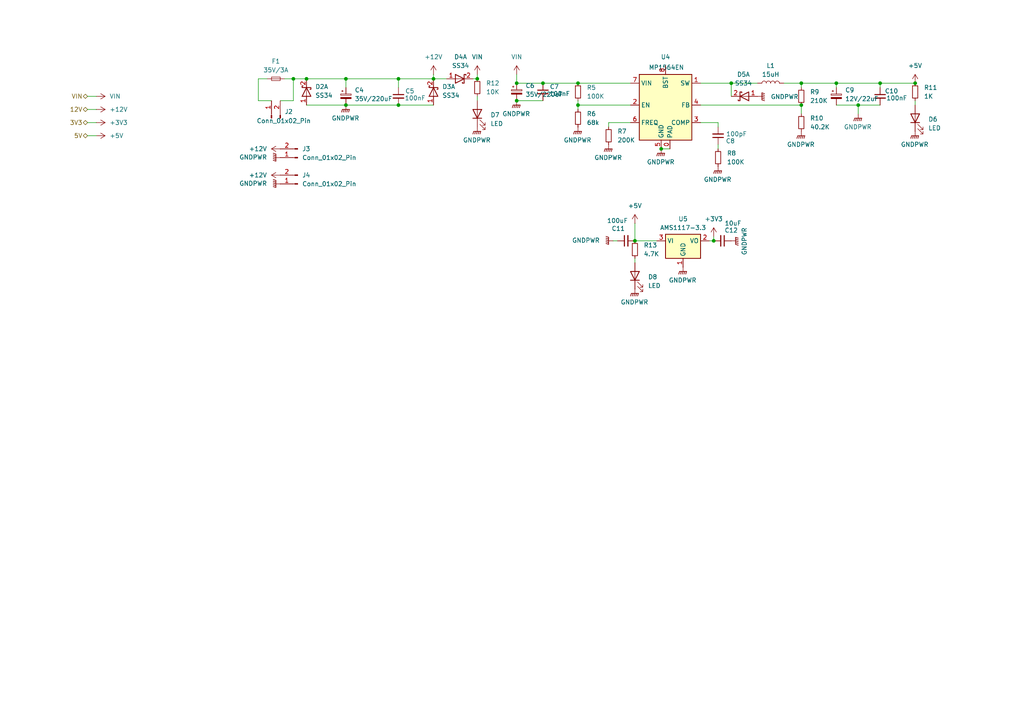
<source format=kicad_sch>
(kicad_sch (version 20231120) (generator "eeschema") (generator_version "8.0")
  (paper "A4")
  (lib_symbols
    (symbol "Connector:Conn_01x02_Pin" (pin_names (offset 1.016) hide)
      (property "Reference" "J" (at 0 2.54 0))
      (property "Value" "Conn_01x02_Pin" (at 0 -5.08 0))
      (symbol "Conn_01x02_Pin_1_1"
        (polyline (pts (xy 1.27 -2.54) (xy 0.8636 -2.54)) (stroke (width 0.1524)))
        (polyline (pts (xy 1.27 0) (xy 0.8636 0)) (stroke (width 0.1524)))
        (rectangle (start 0.8636 -2.413) (end 0 -2.667) (stroke (width 0.1524)) (fill (type outline)))
        (rectangle (start 0.8636 0.127) (end 0 -0.127) (stroke (width 0.1524)) (fill (type outline)))
        (pin passive line (at 5.08 0 180) (length 3.81) (name "Pin_1") (number "1"))
        (pin passive line (at 5.08 -2.54 180) (length 3.81) (name "Pin_2") (number "2"))
      )
    )
    (symbol "Device:C_Polarized_Small" (pin_numbers hide) (pin_names (offset 0.254) hide)
      (property "Reference" "C" (at 0.254 1.778 0))
      (property "Value" "C_Polarized_Small" (at 0.254 -2.032 0))
      (symbol "C_Polarized_Small_0_1"
        (rectangle (start -1.524 -0.3048) (end 1.524 -0.6858) (fill (type outline)))
        (rectangle (start -1.524 0.6858) (end 1.524 0.3048))
        (polyline (pts (xy -1.27 1.524) (xy -0.762 1.524)))
        (polyline (pts (xy -1.016 1.27) (xy -1.016 1.778)))
      )
      (symbol "C_Polarized_Small_1_1"
        (pin passive line (at 0 2.54 270) (length 1.8542) (name "~") (number "1"))
        (pin passive line (at 0 -2.54 90) (length 1.8542) (name "~") (number "2"))
      )
    )
    (symbol "Device:C_Small" (pin_numbers hide) (pin_names (offset 0.254) hide)
      (property "Reference" "C" (at 0.254 1.778 0))
      (property "Value" "C_Small" (at 0.254 -2.032 0))
      (symbol "C_Small_0_1"
        (polyline (pts (xy -1.524 -0.508) (xy 1.524 -0.508)) (stroke (width 0.3302)))
        (polyline (pts (xy -1.524 0.508) (xy 1.524 0.508)) (stroke (width 0.3048)))
      )
      (symbol "C_Small_1_1"
        (pin passive line (at 0 2.54 270) (length 2.032) (name "~") (number "1"))
        (pin passive line (at 0 -2.54 90) (length 2.032) (name "~") (number "2"))
      )
    )
    (symbol "Device:D_Schottky_Dual_CommonCathode_AKA_Split" (pin_names (offset 0.762) hide)
      (property "Reference" "D" (at 0 2.54 0))
      (property "Value" "D_Schottky_Dual_CommonCathode_AKA_Split" (at 0 -2.54 0))
      (symbol "D_Schottky_Dual_CommonCathode_AKA_Split_0_1"
        (polyline (pts (xy 1.27 0) (xy -1.27 0)))
        (polyline (pts (xy -1.27 1.27) (xy 1.27 0) (xy -1.27 -1.27) (xy -1.27 1.27) (xy -1.27 1.27) (xy -1.27 1.27)) (stroke (width 0.254)))
        (polyline (pts (xy 1.778 1.016) (xy 1.778 1.27) (xy 1.27 1.27) (xy 1.27 -1.27) (xy 0.762 -1.27) (xy 0.762 -1.016)) (stroke (width 0.254)))
        (pin passive line (at 3.81 0 180) (length 2.54) (name "K") (number "2"))
      )
      (symbol "D_Schottky_Dual_CommonCathode_AKA_Split_1_1"
        (pin passive line (at -3.81 0 0) (length 2.54) (name "A") (number "1"))
      )
      (symbol "D_Schottky_Dual_CommonCathode_AKA_Split_2_1"
        (pin passive line (at -3.81 0 0) (length 2.54) (name "K") (number "3"))
      )
    )
    (symbol "Device:Fuse_Small" (pin_numbers hide) (pin_names (offset 0.254) hide)
      (property "Reference" "F" (at 0 -1.524 0))
      (property "Value" "Fuse_Small" (at 0 1.524 0))
      (symbol "Fuse_Small_0_1"
        (rectangle (start -1.27 0.508) (end 1.27 -0.508))
        (polyline (pts (xy -1.27 0) (xy 1.27 0)))
      )
      (symbol "Fuse_Small_1_1"
        (pin passive line (at -2.54 0 0) (length 1.27) (name "~") (number "1"))
        (pin passive line (at 2.54 0 180) (length 1.27) (name "~") (number "2"))
      )
    )
    (symbol "Device:L" (pin_numbers hide) (pin_names (offset 1.016) hide)
      (property "Reference" "L" (at -1.27 0 90))
      (property "Value" "L" (at 1.905 0 90))
      (symbol "L_0_1"
        (arc (start 0 -2.54) (mid 0.6323 -1.905) (end 0 -1.27))
        (arc (start 0 -1.27) (mid 0.6323 -0.635) (end 0 0))
        (arc (start 0 0) (mid 0.6323 0.635) (end 0 1.27))
        (arc (start 0 1.27) (mid 0.6323 1.905) (end 0 2.54))
      )
      (symbol "L_1_1"
        (pin passive line (at 0 3.81 270) (length 1.27) (name "1") (number "1"))
        (pin passive line (at 0 -3.81 90) (length 1.27) (name "2") (number "2"))
      )
    )
    (symbol "Device:LED" (pin_numbers hide) (pin_names (offset 1.016) hide)
      (property "Reference" "D" (at 0 2.54 0))
      (property "Value" "LED" (at 0 -2.54 0))
      (symbol "LED_0_1"
        (polyline (pts (xy -1.27 -1.27) (xy -1.27 1.27)) (stroke (width 0.254)))
        (polyline (pts (xy -1.27 0) (xy 1.27 0)))
        (polyline (pts (xy 1.27 -1.27) (xy 1.27 1.27) (xy -1.27 0) (xy 1.27 -1.27)) (stroke (width 0.254)))
        (polyline (pts (xy -3.048 -0.762) (xy -4.572 -2.286) (xy -3.81 -2.286) (xy -4.572 -2.286) (xy -4.572 -1.524)))
        (polyline (pts (xy -1.778 -0.762) (xy -3.302 -2.286) (xy -2.54 -2.286) (xy -3.302 -2.286) (xy -3.302 -1.524)))
      )
      (symbol "LED_1_1"
        (pin passive line (at -3.81 0 0) (length 2.54) (name "K") (number "1"))
        (pin passive line (at 3.81 0 180) (length 2.54) (name "A") (number "2"))
      )
    )
    (symbol "Device:R_Small" (pin_numbers hide) (pin_names (offset 0.254) hide)
      (property "Reference" "R" (at 0.762 0.508 0))
      (property "Value" "R_Small" (at 0.762 -1.016 0))
      (symbol "R_Small_0_1"
        (rectangle (start -0.762 1.778) (end 0.762 -1.778) (stroke (width 0.2032)))
      )
      (symbol "R_Small_1_1"
        (pin passive line (at 0 2.54 270) (length 0.762) (name "~") (number "1"))
        (pin passive line (at 0 -2.54 90) (length 0.762) (name "~") (number "2"))
      )
    )
    (symbol "Regulator_Linear:AMS1117-3.3"
      (property "Reference" "U" (at -3.81 3.175 0))
      (property "Value" "AMS1117-3.3" (at 0 3.175 0))
      (symbol "AMS1117-3.3_0_1"
        (rectangle (start -5.08 -5.08) (end 5.08 1.905) (stroke (width 0.254)) (fill (type background)))
      )
      (symbol "AMS1117-3.3_1_1"
        (pin power_in line (at 0 -7.62 90) (length 2.54) (name "GND") (number "1"))
        (pin power_out line (at 7.62 0 180) (length 2.54) (name "VO") (number "2"))
        (pin power_in line (at -7.62 0 0) (length 2.54) (name "VI") (number "3"))
      )
    )
    (symbol "Regulator_Switching:MP1470"
      (property "Reference" "U4" (at 1.27 5.08 0))
      (property "Value" "MP1564EN" (at 1.524 2.032 0))
      (symbol "MP1470_0_1"
        (rectangle (start -6.35 0) (end 8.89 -19.05) (stroke (width 0.254)) (fill (type background)))
      )
      (symbol "MP1470_1_1"
        (pin power_in line (at 2.54 -21.59 90) (length 2.54) (name "PAD") (number "0"))
        (pin bidirectional line (at 11.43 -2.54 180) (length 2.54) (name "SW") (number "1"))
        (pin input line (at -8.89 -8.89 0) (length 2.54) (name "EN") (number "2"))
        (pin bidirectional line (at 11.43 -13.97 180) (length 2.54) (name "COMP") (number "3"))
        (pin bidirectional line (at 11.43 -8.89 180) (length 2.54) (name "FB") (number "4"))
        (pin power_in line (at 0 -21.59 90) (length 2.54) (name "GND") (number "5"))
        (pin bidirectional line (at -8.89 -13.97 0) (length 2.54) (name "FREQ") (number "6"))
        (pin power_in line (at -8.89 -2.54 0) (length 2.54) (name "VIN") (number "7"))
        (pin bidirectional line (at 1.27 2.54 270) (length 2.54) (name "BST") (number "8"))
      )
    )
    (symbol "power:+12V" (power) (pin_numbers hide) (pin_names (offset 0) hide)
      (property "Value" "+12V" (at 0 3.556 0))
      (symbol "+12V_0_1"
        (polyline (pts (xy -0.762 1.27) (xy 0 2.54)))
        (polyline (pts (xy 0 0) (xy 0 2.54)))
        (polyline (pts (xy 0 2.54) (xy 0.762 1.27)))
      )
      (symbol "+12V_1_1"
        (pin power_in line (at 0 0 90) (length 0) (name "~") (number "1"))
      )
    )
    (symbol "power:+3V3" (power) (pin_numbers hide) (pin_names (offset 0) hide)
      (property "Value" "+3V3" (at 0 3.556 0))
      (symbol "+3V3_0_1"
        (polyline (pts (xy -0.762 1.27) (xy 0 2.54)))
        (polyline (pts (xy 0 0) (xy 0 2.54)))
        (polyline (pts (xy 0 2.54) (xy 0.762 1.27)))
      )
      (symbol "+3V3_1_1"
        (pin power_in line (at 0 0 90) (length 0) (name "~") (number "1"))
      )
    )
    (symbol "power:+4V" (power) (pin_numbers hide) (pin_names (offset 0) hide)
      (property "Value" "+4V" (at 0 3.556 0))
      (symbol "+4V_0_1"
        (polyline (pts (xy -0.762 1.27) (xy 0 2.54)))
        (polyline (pts (xy 0 0) (xy 0 2.54)))
        (polyline (pts (xy 0 2.54) (xy 0.762 1.27)))
      )
      (symbol "+4V_1_1"
        (pin power_in line (at 0 0 90) (length 0) (name "~") (number "1"))
      )
    )
    (symbol "power:+5V" (power) (pin_numbers hide) (pin_names (offset 0) hide)
      (property "Value" "+5V" (at 0 3.556 0))
      (symbol "+5V_0_1"
        (polyline (pts (xy -0.762 1.27) (xy 0 2.54)))
        (polyline (pts (xy 0 0) (xy 0 2.54)))
        (polyline (pts (xy 0 2.54) (xy 0.762 1.27)))
      )
      (symbol "+5V_1_1"
        (pin power_in line (at 0 0 90) (length 0) (name "~") (number "1"))
      )
    )
    (symbol "power:GNDPWR" (power) (pin_numbers hide) (pin_names (offset 0) hide)
      (property "Value" "GNDPWR" (at 0 -3.302 0))
      (symbol "GNDPWR_0_1"
        (polyline (pts (xy 0 -1.27) (xy 0 0)))
        (polyline (pts (xy -1.016 -1.27) (xy -1.27 -2.032) (xy -1.27 -2.032)) (stroke (width 0.2032)))
        (polyline (pts (xy -0.508 -1.27) (xy -0.762 -2.032) (xy -0.762 -2.032)) (stroke (width 0.2032)))
        (polyline (pts (xy 0 -1.27) (xy -0.254 -2.032) (xy -0.254 -2.032)) (stroke (width 0.2032)))
        (polyline (pts (xy 0.508 -1.27) (xy 0.254 -2.032) (xy 0.254 -2.032)) (stroke (width 0.2032)))
        (polyline (pts (xy 1.016 -1.27) (xy -1.016 -1.27) (xy -1.016 -1.27)) (stroke (width 0.2032)))
        (polyline (pts (xy 1.016 -1.27) (xy 0.762 -2.032) (xy 0.762 -2.032) (xy 0.762 -2.032)) (stroke (width 0.2032)))
      )
      (symbol "GNDPWR_1_1"
        (pin power_in line (at 0 0 270) (length 0) (name "~") (number "1"))
      )
    )
  )
  (junction (at 100.33 30.48))
  (junction (at 115.57 22.86))
  (junction (at 191.77 43.18))
  (junction (at 125.73 22.86))
  (junction (at 248.92 30.48))
  (junction (at 207.01 69.85))
  (junction (at 138.43 22.86))
  (junction (at 184.15 69.85))
  (junction (at 149.86 24.13))
  (junction (at 88.9 22.86))
  (junction (at 157.48 24.13))
  (junction (at 242.57 24.13))
  (junction (at 255.27 24.13))
  (junction (at 232.41 30.48))
  (junction (at 212.09 24.13))
  (junction (at 167.64 30.48))
  (junction (at 85.09 22.86))
  (junction (at 265.43 24.13))
  (junction (at 232.41 24.13))
  (junction (at 167.64 24.13))
  (junction (at 100.33 22.86))
  (junction (at 115.57 30.48))
  (junction (at 149.86 29.21))
  (wire (pts (xy 177.8 69.85) (xy 179.07 69.85)))
  (wire (pts (xy 81.28 29.21) (xy 85.09 29.21)))
  (wire (pts (xy 176.53 35.56) (xy 182.88 35.56)))
  (wire (pts (xy 115.57 30.48) (xy 125.73 30.48)))
  (wire (pts (xy 248.92 30.48) (xy 248.92 33.02)))
  (wire (pts (xy 176.53 36.83) (xy 176.53 35.56)))
  (wire (pts (xy 100.33 25.4) (xy 100.33 22.86)))
  (wire (pts (xy 242.57 24.13) (xy 232.41 24.13)))
  (wire (pts (xy 125.73 21.59) (xy 125.73 22.86)))
  (wire (pts (xy 115.57 22.86) (xy 125.73 22.86)))
  (wire (pts (xy 184.15 69.85) (xy 190.5 69.85)))
  (wire (pts (xy 203.2 24.13) (xy 212.09 24.13)))
  (wire (pts (xy 125.73 22.86) (xy 129.54 22.86)))
  (wire (pts (xy 208.28 36.83) (xy 208.28 35.56)))
  (wire (pts (xy 138.43 21.59) (xy 138.43 22.86)))
  (wire (pts (xy 167.64 30.48) (xy 167.64 31.75)))
  (wire (pts (xy 212.09 24.13) (xy 212.09 27.94)))
  (wire (pts (xy 115.57 25.4) (xy 115.57 22.86)))
  (wire (pts (xy 100.33 22.86) (xy 115.57 22.86)))
  (wire (pts (xy 242.57 25.4) (xy 242.57 24.13)))
  (wire (pts (xy 265.43 29.21) (xy 265.43 30.48)))
  (wire (pts (xy 78.74 29.21) (xy 74.93 29.21)))
  (wire (pts (xy 137.16 22.86) (xy 138.43 22.86)))
  (wire (pts (xy 242.57 30.48) (xy 248.92 30.48)))
  (wire (pts (xy 207.01 68.58) (xy 207.01 69.85)))
  (wire (pts (xy 191.77 43.18) (xy 194.31 43.18)))
  (wire (pts (xy 167.64 29.21) (xy 167.64 30.48)))
  (wire (pts (xy 74.93 29.21) (xy 74.93 22.86)))
  (wire (pts (xy 138.43 27.94) (xy 138.43 29.21)))
  (wire (pts (xy 149.86 29.21) (xy 157.48 29.21)))
  (wire (pts (xy 85.09 29.21) (xy 85.09 22.86)))
  (wire (pts (xy 25.4 31.75) (xy 27.94 31.75)))
  (wire (pts (xy 100.33 30.48) (xy 115.57 30.48)))
  (wire (pts (xy 85.09 22.86) (xy 88.9 22.86)))
  (wire (pts (xy 88.9 30.48) (xy 100.33 30.48)))
  (wire (pts (xy 208.28 35.56) (xy 203.2 35.56)))
  (wire (pts (xy 205.74 69.85) (xy 207.01 69.85)))
  (wire (pts (xy 74.93 22.86) (xy 77.47 22.86)))
  (wire (pts (xy 184.15 69.85) (xy 184.15 64.77)))
  (wire (pts (xy 255.27 25.4) (xy 255.27 24.13)))
  (wire (pts (xy 208.28 41.91) (xy 208.28 43.18)))
  (wire (pts (xy 232.41 25.4) (xy 232.41 24.13)))
  (wire (pts (xy 255.27 24.13) (xy 265.43 24.13)))
  (wire (pts (xy 149.86 24.13) (xy 149.86 21.59)))
  (wire (pts (xy 157.48 24.13) (xy 167.64 24.13)))
  (wire (pts (xy 212.09 24.13) (xy 219.71 24.13)))
  (wire (pts (xy 203.2 30.48) (xy 232.41 30.48)))
  (wire (pts (xy 184.15 74.93) (xy 184.15 76.2)))
  (wire (pts (xy 25.4 39.37) (xy 27.94 39.37)))
  (wire (pts (xy 149.86 24.13) (xy 157.48 24.13)))
  (wire (pts (xy 167.64 24.13) (xy 182.88 24.13)))
  (wire (pts (xy 167.64 30.48) (xy 182.88 30.48)))
  (wire (pts (xy 25.4 27.94) (xy 27.94 27.94)))
  (wire (pts (xy 232.41 24.13) (xy 227.33 24.13)))
  (wire (pts (xy 255.27 24.13) (xy 242.57 24.13)))
  (wire (pts (xy 232.41 30.48) (xy 232.41 33.02)))
  (wire (pts (xy 100.33 22.86) (xy 88.9 22.86)))
  (wire (pts (xy 248.92 30.48) (xy 255.27 30.48)))
  (wire (pts (xy 82.55 22.86) (xy 85.09 22.86)))
  (wire (pts (xy 25.4 35.56) (xy 27.94 35.56)))
  (hierarchical_label "3V3" (shape bidirectional) (at 25.4 35.56 180))
  (hierarchical_label "VIN" (shape bidirectional) (at 25.4 27.94 180))
  (hierarchical_label "5V" (shape bidirectional) (at 25.4 39.37 180))
  (hierarchical_label "12V" (shape bidirectional) (at 25.4 31.75 180))
  (symbol (lib_id "Device:LED") (at 265.43 34.29 90) (unit 1)
    (property "Reference" "D6" (at 269.24 34.6074 90) (effects (justify right)))
    (property "Value" "LED" (at 269.24 37.1474 90) (effects (justify right)))
    (property "Description" "Light emitting diode" (effects (hide yes)))
  )
  (symbol (lib_id "Device:D_Schottky_Dual_CommonCathode_AKA_Split") (at 88.9 26.67 90) (unit 1)
    (property "Reference" "D2" (at 91.44 25.1459 90) (effects (justify right)))
    (property "Value" "SS34" (at 91.44 27.6859 90) (effects (justify right)))
    (property "Description" "Dual Schottky diode, common anode on pin 1" (effects (hide yes)))
  )
  (symbol (lib_id "Connector:Conn_01x02_Pin") (at 78.74 34.29 90) (unit 1)
    (property "Reference" "J2" (at 82.55 32.3849 90) (effects (justify right)))
    (property "Value" "Conn_01x02_Pin" (at 74.422 35.052 90) (effects (justify right)))
    (property "Description" "Generic connector, single row, 01x02, script generated" (effects (hide yes)))
  )
  (symbol (lib_id "power:GNDPWR") (at 138.43 36.83 0) (unit 1)
    (property "Reference" "#PWR045" (effects (hide yes)))
    (property "Value" "GNDPWR" (at 138.303 40.64 0))
    (property "Description" "Power symbol creates a global label with name \"GNDPWR\" , global ground" (effects (hide yes)))
  )
  (symbol (lib_id "power:GNDPWR") (at 184.15 83.82 0) (unit 1)
    (property "Reference" "#PWR046" (effects (hide yes)))
    (property "Value" "GNDPWR" (at 184.023 87.63 0))
    (property "Description" "Power symbol creates a global label with name \"GNDPWR\" , global ground" (effects (hide yes)))
  )
  (symbol (lib_id "Device:R_Small") (at 176.53 39.37 180) (unit 1)
    (property "Reference" "R7" (at 179.07 38.0999 0) (effects (justify right)))
    (property "Value" "200K" (at 179.07 40.6399 0) (effects (justify right)))
    (property "Description" "Resistor, small symbol" (effects (hide yes)))
  )
  (symbol (lib_id "Device:R_Small") (at 184.15 72.39 180) (unit 1)
    (property "Reference" "R13" (at 186.69 71.1199 0) (effects (justify right)))
    (property "Value" "4.7K" (at 186.69 73.6599 0) (effects (justify right)))
    (property "Description" "Resistor, small symbol" (effects (hide yes)))
  )
  (symbol (lib_id "Device:C_Small") (at 181.61 69.85 90) (unit 1)
    (property "Reference" "C11" (at 179.324 66.294 90))
    (property "Value" "100uF" (at 179.07 64.008 90))
    (property "Description" "Unpolarized capacitor, small symbol" (effects (hide yes)))
  )
  (symbol (lib_id "Device:D_Schottky_Dual_CommonCathode_AKA_Split") (at 125.73 26.67 90) (unit 1)
    (property "Reference" "D3" (at 128.27 25.1459 90) (effects (justify right)))
    (property "Value" "SS34" (at 128.27 27.6859 90) (effects (justify right)))
    (property "Description" "Dual Schottky diode, common anode on pin 1" (effects (hide yes)))
  )
  (symbol (lib_id "power:GNDPWR") (at 149.86 29.21 0) (unit 1)
    (property "Reference" "#PWR028" (effects (hide yes)))
    (property "Value" "GNDPWR" (at 149.733 33.02 0))
    (property "Description" "Power symbol creates a global label with name \"GNDPWR\" , global ground" (effects (hide yes)))
  )
  (symbol (lib_id "power:+12V") (at 81.28 43.18 90) (unit 1)
    (property "Reference" "#PWR047" (effects (hide yes)))
    (property "Value" "+12V" (at 77.47 43.1799 90) (effects (justify left)))
    (property "Description" "Power symbol creates a global label with name \"+12V\"" (effects (hide yes)))
  )
  (symbol (lib_id "power:+12V") (at 27.94 31.75 270) (unit 1)
    (property "Reference" "#PWR026" (effects (hide yes)))
    (property "Value" "+12V" (at 31.75 31.7499 90) (effects (justify left)))
    (property "Description" "Power symbol creates a global label with name \"+12V\"" (effects (hide yes)))
  )
  (symbol (lib_id "power:GNDPWR") (at 198.12 77.47 0) (unit 1)
    (property "Reference" "#PWR039" (effects (hide yes)))
    (property "Value" "GNDPWR" (at 197.993 81.28 0))
    (property "Description" "Power symbol creates a global label with name \"GNDPWR\" , global ground" (effects (hide yes)))
  )
  (symbol (lib_id "Device:D_Schottky_Dual_CommonCathode_AKA_Split") (at 133.35 22.86 0) (unit 1)
    (property "Reference" "D4" (at 133.604 16.51 0))
    (property "Value" "SS34" (at 133.604 19.05 0))
    (property "Description" "Dual Schottky diode, common anode on pin 1" (effects (hide yes)))
  )
  (symbol (lib_id "power:+5V") (at 265.43 24.13 0) (unit 1)
    (property "Reference" "#PWR036" (effects (hide yes)))
    (property "Value" "+5V" (at 265.43 19.05 0))
    (property "Description" "Power symbol creates a global label with name \"+5V\"" (effects (hide yes)))
  )
  (symbol (lib_id "power:GNDPWR") (at 167.64 36.83 0) (unit 1)
    (property "Reference" "#PWR029" (effects (hide yes)))
    (property "Value" "GNDPWR" (at 167.513 40.64 0))
    (property "Description" "Power symbol creates a global label with name \"GNDPWR\" , global ground" (effects (hide yes)))
  )
  (symbol (lib_id "Device:C_Small") (at 115.57 27.94 0) (unit 1)
    (property "Reference" "C5" (at 118.872 26.416 0))
    (property "Value" "100nF" (at 120.396 28.448 0))
    (property "Description" "Unpolarized capacitor, small symbol" (effects (hide yes)))
  )
  (symbol (lib_id "power:GNDPWR") (at 100.33 30.48 0) (unit 1)
    (property "Reference" "#PWR025" (effects (hide yes)))
    (property "Value" "GNDPWR" (at 100.203 34.29 0))
    (property "Description" "Power symbol creates a global label with name \"GNDPWR\" , global ground" (effects (hide yes)))
  )
  (symbol (lib_id "Device:R_Small") (at 138.43 25.4 180) (unit 1)
    (property "Reference" "R12" (at 140.97 24.1299 0) (effects (justify right)))
    (property "Value" "10K" (at 140.97 26.6699 0) (effects (justify right)))
    (property "Description" "Resistor, small symbol" (effects (hide yes)))
  )
  (symbol (lib_id "Device:C_Polarized_Small") (at 149.86 26.67 0) (unit 1)
    (property "Reference" "C6" (at 152.4 24.8538 0) (effects (justify left)))
    (property "Value" "35V/220uF" (at 152.4 27.3938 0) (effects (justify left)))
    (property "Description" "Polarized capacitor, small symbol" (effects (hide yes)))
  )
  (symbol (lib_id "power:GNDPWR") (at 212.09 69.85 90) (unit 1)
    (property "Reference" "#PWR041" (effects (hide yes)))
    (property "Value" "GNDPWR" (at 215.9 69.977 0))
    (property "Description" "Power symbol creates a global label with name \"GNDPWR\" , global ground" (effects (hide yes)))
  )
  (symbol (lib_id "power:GNDPWR") (at 81.28 45.72 270) (unit 1)
    (property "Reference" "#PWR048" (effects (hide yes)))
    (property "Value" "GNDPWR" (at 77.47 45.5929 90) (effects (justify right)))
    (property "Description" "Power symbol creates a global label with name \"GNDPWR\" , global ground" (effects (hide yes)))
  )
  (symbol (lib_id "Device:C_Small") (at 208.28 39.37 180) (unit 1)
    (property "Reference" "C8" (at 211.836 40.894 0))
    (property "Value" "100pF" (at 213.614 38.862 0))
    (property "Description" "Unpolarized capacitor, small symbol" (effects (hide yes)))
  )
  (symbol (lib_id "Device:R_Small") (at 232.41 35.56 180) (unit 1)
    (property "Reference" "R10" (at 234.95 34.2899 0) (effects (justify right)))
    (property "Value" "40.2K" (at 234.95 36.8299 0) (effects (justify right)))
    (property "Description" "Resistor, small symbol" (effects (hide yes)))
  )
  (symbol (lib_id "Device:C_Small") (at 157.48 26.67 0) (unit 1)
    (property "Reference" "C7" (at 160.782 25.146 0))
    (property "Value" "100nF" (at 162.306 27.178 0))
    (property "Description" "Unpolarized capacitor, small symbol" (effects (hide yes)))
  )
  (symbol (lib_id "power:GNDPWR") (at 208.28 48.26 0) (unit 1)
    (property "Reference" "#PWR032" (effects (hide yes)))
    (property "Value" "GNDPWR" (at 208.153 52.07 0))
    (property "Description" "Power symbol creates a global label with name \"GNDPWR\" , global ground" (effects (hide yes)))
  )
  (symbol (lib_id "power:+4V") (at 27.94 27.94 270) (unit 1)
    (property "Reference" "#PWR023" (effects (hide yes)))
    (property "Value" "VIN" (at 31.75 27.9399 90) (effects (justify left)))
    (property "Description" "Power symbol creates a global label with name \"+4V\"" (effects (hide yes)))
  )
  (symbol (lib_id "Device:D_Schottky_Dual_CommonCathode_AKA_Split") (at 215.9 27.94 180) (unit 1)
    (property "Reference" "D5" (at 215.646 21.59 0))
    (property "Value" "SS34" (at 215.646 24.13 0))
    (property "Description" "Dual Schottky diode, common anode on pin 1" (effects (hide yes)))
  )
  (symbol (lib_id "power:GNDPWR") (at 248.92 33.02 0) (unit 1)
    (property "Reference" "#PWR035" (effects (hide yes)))
    (property "Value" "GNDPWR" (at 248.793 36.83 0))
    (property "Description" "Power symbol creates a global label with name \"GNDPWR\" , global ground" (effects (hide yes)))
  )
  (symbol (lib_id "power:+12V") (at 125.73 21.59 0) (unit 1)
    (property "Reference" "#PWR024" (effects (hide yes)))
    (property "Value" "+12V" (at 125.73 16.51 0))
    (property "Description" "Power symbol creates a global label with name \"+12V\"" (effects (hide yes)))
  )
  (symbol (lib_id "power:GNDPWR") (at 232.41 38.1 0) (unit 1)
    (property "Reference" "#PWR034" (effects (hide yes)))
    (property "Value" "GNDPWR" (at 232.283 41.91 0))
    (property "Description" "Power symbol creates a global label with name \"GNDPWR\" , global ground" (effects (hide yes)))
  )
  (symbol (lib_id "power:GNDPWR") (at 265.43 38.1 0) (unit 1)
    (property "Reference" "#PWR037" (effects (hide yes)))
    (property "Value" "GNDPWR" (at 265.303 41.91 0))
    (property "Description" "Power symbol creates a global label with name \"GNDPWR\" , global ground" (effects (hide yes)))
  )
  (symbol (lib_id "Device:L") (at 223.52 24.13 90) (unit 1)
    (property "Reference" "L1" (at 223.52 19.05 90))
    (property "Value" "15uH" (at 223.52 21.59 90))
    (property "Description" "Inductor" (effects (hide yes)))
  )
  (symbol (lib_id "power:+4V") (at 138.43 21.59 0) (unit 1)
    (property "Reference" "#PWR022" (effects (hide yes)))
    (property "Value" "VIN" (at 138.43 16.51 0))
    (property "Description" "Power symbol creates a global label with name \"+4V\"" (effects (hide yes)))
  )
  (symbol (lib_id "power:+5V") (at 184.15 64.77 0) (unit 1)
    (property "Reference" "#PWR038" (effects (hide yes)))
    (property "Value" "+5V" (at 184.15 59.69 0))
    (property "Description" "Power symbol creates a global label with name \"+5V\"" (effects (hide yes)))
  )
  (symbol (lib_id "Device:C_Small") (at 255.27 27.94 0) (unit 1)
    (property "Reference" "C10" (at 258.572 26.416 0))
    (property "Value" "100nF" (at 260.096 28.448 0))
    (property "Description" "Unpolarized capacitor, small symbol" (effects (hide yes)))
  )
  (symbol (lib_id "power:+4V") (at 149.86 21.59 0) (unit 1)
    (property "Reference" "#PWR027" (effects (hide yes)))
    (property "Value" "VIN" (at 149.86 16.51 0))
    (property "Description" "Power symbol creates a global label with name \"+4V\"" (effects (hide yes)))
  )
  (symbol (lib_id "power:+5V") (at 27.94 39.37 270) (unit 1)
    (property "Reference" "#PWR044" (effects (hide yes)))
    (property "Value" "+5V" (at 31.75 39.3699 90) (effects (justify left)))
    (property "Description" "Power symbol creates a global label with name \"+5V\"" (effects (hide yes)))
  )
  (symbol (lib_id "Device:C_Small") (at 209.55 69.85 270) (unit 1)
    (property "Reference" "C12" (at 212.09 66.802 90))
    (property "Value" "10uF" (at 212.598 64.77 90))
    (property "Description" "Unpolarized capacitor, small symbol" (effects (hide yes)))
  )
  (symbol (lib_id "Device:R_Small") (at 208.28 45.72 180) (unit 1)
    (property "Reference" "R8" (at 210.82 44.4499 0) (effects (justify right)))
    (property "Value" "100K" (at 210.82 46.9899 0) (effects (justify right)))
    (property "Description" "Resistor, small symbol" (effects (hide yes)))
  )
  (symbol (lib_id "power:GNDPWR") (at 176.53 41.91 0) (unit 1)
    (property "Reference" "#PWR030" (effects (hide yes)))
    (property "Value" "GNDPWR" (at 176.403 45.72 0))
    (property "Description" "Power symbol creates a global label with name \"GNDPWR\" , global ground" (effects (hide yes)))
  )
  (symbol (lib_id "Device:R_Small") (at 167.64 26.67 180) (unit 1)
    (property "Reference" "R5" (at 170.18 25.3999 0) (effects (justify right)))
    (property "Value" "100K" (at 170.18 27.9399 0) (effects (justify right)))
    (property "Description" "Resistor, small symbol" (effects (hide yes)))
  )
  (symbol (lib_id "power:GNDPWR") (at 191.77 43.18 0) (unit 1)
    (property "Reference" "#PWR031" (effects (hide yes)))
    (property "Value" "GNDPWR" (at 191.643 46.99 0))
    (property "Description" "Power symbol creates a global label with name \"GNDPWR\" , global ground" (effects (hide yes)))
  )
  (symbol (lib_id "Device:C_Polarized_Small") (at 100.33 27.94 0) (unit 1)
    (property "Reference" "C4" (at 102.87 26.1238 0) (effects (justify left)))
    (property "Value" "35V/220uF" (at 102.87 28.6638 0) (effects (justify left)))
    (property "Description" "Polarized capacitor, small symbol" (effects (hide yes)))
  )
  (symbol (lib_id "Regulator_Switching:MP1470") (at 191.77 21.59 0) (unit 1)
    (property "Reference" "U4" (at 193.04 16.51 0))
    (property "Value" "MP1564EN" (at 193.294 19.558 0))
    (property "Footprint" "Package_TO_SOT_SMD:TSOT-23-6" (effects (hide yes)))
    (property "Datasheet" "https://www.monolithicpower.com/pub/media/document/MP1470_r1.02.pdf" (effects (hide yes)))
    (property "Description" "High-Efficiency, 2A, 16V, 500kHz Synchronous, Step-Down Converter, TSOT-23-6" (effects (hide yes)))
  )
  (symbol (lib_id "Device:R_Small") (at 167.64 34.29 180) (unit 1)
    (property "Reference" "R6" (at 170.18 33.0199 0) (effects (justify right)))
    (property "Value" "68k" (at 170.18 35.5599 0) (effects (justify right)))
    (property "Description" "Resistor, small symbol" (effects (hide yes)))
  )
  (symbol (lib_id "Device:Fuse_Small") (at 80.01 22.86 0) (unit 1)
    (property "Reference" "F1" (at 80.01 17.78 0))
    (property "Value" "35V/3A" (at 80.01 20.32 0))
    (property "Description" "Fuse, small symbol" (effects (hide yes)))
  )
  (symbol (lib_id "Device:R_Small") (at 232.41 27.94 180) (unit 1)
    (property "Reference" "R9" (at 234.95 26.6699 0) (effects (justify right)))
    (property "Value" "210K" (at 234.95 29.2099 0) (effects (justify right)))
    (property "Description" "Resistor, small symbol" (effects (hide yes)))
  )
  (symbol (lib_id "Connector:Conn_01x02_Pin") (at 86.36 53.34 180) (unit 1)
    (property "Reference" "J4" (at 87.63 50.7999 0) (effects (justify right)))
    (property "Value" "Conn_01x02_Pin" (at 87.63 53.3399 0) (effects (justify right)))
    (property "Description" "Generic connector, single row, 01x02, script generated" (effects (hide yes)))
  )
  (symbol (lib_id "power:GNDPWR") (at 177.8 69.85 270) (unit 1)
    (property "Reference" "#PWR040" (effects (hide yes)))
    (property "Value" "GNDPWR" (at 173.99 69.7229 90) (effects (justify right)))
    (property "Description" "Power symbol creates a global label with name \"GNDPWR\" , global ground" (effects (hide yes)))
  )
  (symbol (lib_id "power:+3V3") (at 27.94 35.56 270) (unit 1)
    (property "Reference" "#PWR043" (effects (hide yes)))
    (property "Value" "+3V3" (at 31.75 35.5599 90) (effects (justify left)))
    (property "Description" "Power symbol creates a global label with name \"+3V3\"" (effects (hide yes)))
  )
  (symbol (lib_id "Regulator_Linear:AMS1117-3.3") (at 198.12 69.85 0) (unit 1)
    (property "Reference" "U5" (at 198.12 63.5 0))
    (property "Value" "AMS1117-3.3" (at 198.12 66.04 0))
    (property "Footprint" "Package_TO_SOT_SMD:SOT-223-3_TabPin2" (effects (hide yes)))
    (property "Datasheet" "http://www.advanced-monolithic.com/pdf/ds1117.pdf" (effects (hide yes)))
    (property "Description" "1A Low Dropout regulator, positive, 3.3V fixed output, SOT-223" (effects (hide yes)))
  )
  (symbol (lib_id "Device:LED") (at 138.43 33.02 90) (unit 1)
    (property "Reference" "D7" (at 142.24 33.3374 90) (effects (justify right)))
    (property "Value" "LED" (at 142.24 35.8774 90) (effects (justify right)))
    (property "Description" "Light emitting diode" (effects (hide yes)))
  )
  (symbol (lib_id "Device:C_Polarized_Small") (at 242.57 27.94 0) (unit 1)
    (property "Reference" "C9" (at 245.11 26.1238 0) (effects (justify left)))
    (property "Value" "12V/22uF" (at 245.11 28.6638 0) (effects (justify left)))
    (property "Description" "Polarized capacitor, small symbol" (effects (hide yes)))
  )
  (symbol (lib_id "power:GNDPWR") (at 219.71 27.94 90) (unit 1)
    (property "Reference" "#PWR033" (effects (hide yes)))
    (property "Value" "GNDPWR" (at 223.52 28.0669 90) (effects (justify right)))
    (property "Description" "Power symbol creates a global label with name \"GNDPWR\" , global ground" (effects (hide yes)))
  )
  (symbol (lib_id "Device:LED") (at 184.15 80.01 90) (unit 1)
    (property "Reference" "D8" (at 187.96 80.3274 90) (effects (justify right)))
    (property "Value" "LED" (at 187.96 82.8674 90) (effects (justify right)))
    (property "Description" "Light emitting diode" (effects (hide yes)))
  )
  (symbol (lib_id "power:+12V") (at 81.28 50.8 90) (unit 1)
    (property "Reference" "#PWR049" (effects (hide yes)))
    (property "Value" "+12V" (at 77.47 50.7999 90) (effects (justify left)))
    (property "Description" "Power symbol creates a global label with name \"+12V\"" (effects (hide yes)))
  )
  (symbol (lib_id "power:GNDPWR") (at 81.28 53.34 270) (unit 1)
    (property "Reference" "#PWR050" (effects (hide yes)))
    (property "Value" "GNDPWR" (at 77.47 53.2129 90) (effects (justify right)))
    (property "Description" "Power symbol creates a global label with name \"GNDPWR\" , global ground" (effects (hide yes)))
  )
  (symbol (lib_id "power:+3V3") (at 207.01 68.58 0) (unit 1)
    (property "Reference" "#PWR042" (effects (hide yes)))
    (property "Value" "+3V3" (at 207.01 63.5 0))
    (property "Description" "Power symbol creates a global label with name \"+3V3\"" (effects (hide yes)))
  )
  (symbol (lib_id "Connector:Conn_01x02_Pin") (at 86.36 45.72 180) (unit 1)
    (property "Reference" "J3" (at 87.63 43.1799 0) (effects (justify right)))
    (property "Value" "Conn_01x02_Pin" (at 87.63 45.7199 0) (effects (justify right)))
    (property "Description" "Generic connector, single row, 01x02, script generated" (effects (hide yes)))
  )
  (symbol (lib_id "Device:R_Small") (at 265.43 26.67 180) (unit 1)
    (property "Reference" "R11" (at 267.97 25.3999 0) (effects (justify right)))
    (property "Value" "1K" (at 267.97 27.9399 0) (effects (justify right)))
    (property "Description" "Resistor, small symbol" (effects (hide yes)))
  )
)
</source>
